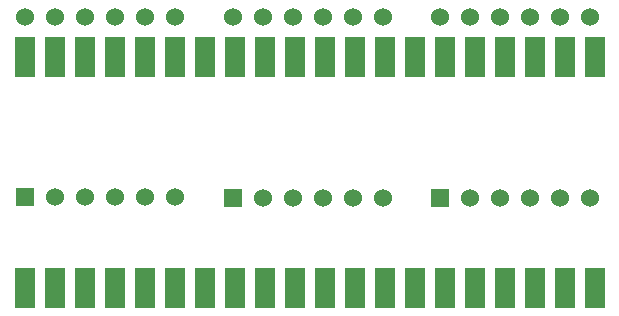
<source format=gbr>
%TF.GenerationSoftware,KiCad,Pcbnew,8.0.5*%
%TF.CreationDate,2024-10-27T11:23:10+01:00*%
%TF.ProjectId,hpdl display,6870646c-2064-4697-9370-6c61792e6b69,rev?*%
%TF.SameCoordinates,Original*%
%TF.FileFunction,Soldermask,Bot*%
%TF.FilePolarity,Negative*%
%FSLAX46Y46*%
G04 Gerber Fmt 4.6, Leading zero omitted, Abs format (unit mm)*
G04 Created by KiCad (PCBNEW 8.0.5) date 2024-10-27 11:23:10*
%MOMM*%
%LPD*%
G01*
G04 APERTURE LIST*
%ADD10R,1.524000X1.524000*%
%ADD11C,1.524000*%
%ADD12R,1.700000X3.500000*%
G04 APERTURE END LIST*
D10*
%TO.C,U1*%
X133740000Y-90250000D03*
D11*
X136280000Y-90250000D03*
X138820000Y-90250000D03*
X141360000Y-90250000D03*
X143900000Y-90250000D03*
X146440000Y-90250000D03*
X146440000Y-74950000D03*
X143900000Y-74950000D03*
X141360000Y-74950000D03*
X138820000Y-74950000D03*
X136280000Y-74950000D03*
X133740000Y-74950000D03*
%TD*%
D10*
%TO.C,U3*%
X168920000Y-90300000D03*
D11*
X171460000Y-90300000D03*
X174000000Y-90300000D03*
X176540000Y-90300000D03*
X179080000Y-90300000D03*
X181620000Y-90300000D03*
X181620000Y-75000000D03*
X179080000Y-75000000D03*
X176540000Y-75000000D03*
X174000000Y-75000000D03*
X171460000Y-75000000D03*
X168920000Y-75000000D03*
%TD*%
D10*
%TO.C,U2*%
X151380000Y-90300000D03*
D11*
X153920000Y-90300000D03*
X156460000Y-90300000D03*
X159000000Y-90300000D03*
X161540000Y-90300000D03*
X164080000Y-90300000D03*
X164080000Y-75000000D03*
X161540000Y-75000000D03*
X159000000Y-75000000D03*
X156460000Y-75000000D03*
X153920000Y-75000000D03*
X151380000Y-75000000D03*
%TD*%
D12*
%TO.C,U4*%
X182000000Y-97900000D03*
X179460000Y-97900000D03*
X176920000Y-97900000D03*
X174380000Y-97900000D03*
X171840000Y-97900000D03*
X169300000Y-97900000D03*
X166760000Y-97900000D03*
X164220000Y-97900000D03*
X161680000Y-97900000D03*
X159140000Y-97900000D03*
X156600000Y-97900000D03*
X154060000Y-97900000D03*
X151520000Y-97900000D03*
X148980000Y-97900000D03*
X146440000Y-97900000D03*
X143900000Y-97900000D03*
X141360000Y-97900000D03*
X138820000Y-97900000D03*
X136280000Y-97900000D03*
X133740000Y-97900000D03*
X133740000Y-78320000D03*
X136280000Y-78320000D03*
X138820000Y-78320000D03*
X141360000Y-78320000D03*
X143900000Y-78320000D03*
X146440000Y-78320000D03*
X148980000Y-78320000D03*
X151520000Y-78320000D03*
X154060000Y-78320000D03*
X156600000Y-78320000D03*
X159140000Y-78320000D03*
X161680000Y-78320000D03*
X164220000Y-78320000D03*
X166760000Y-78320000D03*
X169300000Y-78320000D03*
X171840000Y-78320000D03*
X174380000Y-78320000D03*
X176920000Y-78320000D03*
X179460000Y-78320000D03*
X182000000Y-78320000D03*
%TD*%
M02*

</source>
